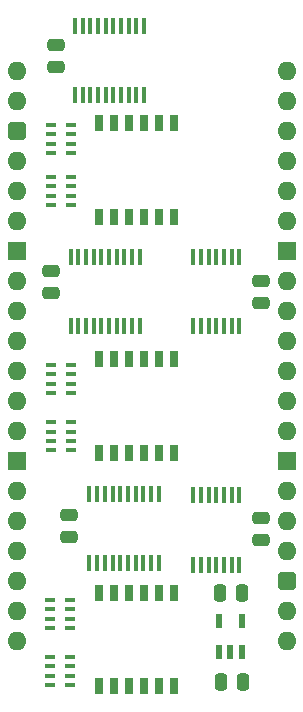
<source format=gts>
%TF.GenerationSoftware,KiCad,Pcbnew,8.0.4*%
%TF.CreationDate,2024-08-15T10:30:34+02:00*%
%TF.ProjectId,Clock Hold Select,436c6f63-6b20-4486-9f6c-642053656c65,rev?*%
%TF.SameCoordinates,PX54c81a0PY37b6b20*%
%TF.FileFunction,Soldermask,Top*%
%TF.FilePolarity,Negative*%
%FSLAX46Y46*%
G04 Gerber Fmt 4.6, Leading zero omitted, Abs format (unit mm)*
G04 Created by KiCad (PCBNEW 8.0.4) date 2024-08-15 10:30:34*
%MOMM*%
%LPD*%
G01*
G04 APERTURE LIST*
G04 Aperture macros list*
%AMRoundRect*
0 Rectangle with rounded corners*
0 $1 Rounding radius*
0 $2 $3 $4 $5 $6 $7 $8 $9 X,Y pos of 4 corners*
0 Add a 4 corners polygon primitive as box body*
4,1,4,$2,$3,$4,$5,$6,$7,$8,$9,$2,$3,0*
0 Add four circle primitives for the rounded corners*
1,1,$1+$1,$2,$3*
1,1,$1+$1,$4,$5*
1,1,$1+$1,$6,$7*
1,1,$1+$1,$8,$9*
0 Add four rect primitives between the rounded corners*
20,1,$1+$1,$2,$3,$4,$5,0*
20,1,$1+$1,$4,$5,$6,$7,0*
20,1,$1+$1,$6,$7,$8,$9,0*
20,1,$1+$1,$8,$9,$2,$3,0*%
G04 Aperture macros list end*
%ADD10O,1.600000X1.600000*%
%ADD11RoundRect,0.400000X-0.400000X-0.400000X0.400000X-0.400000X0.400000X0.400000X-0.400000X0.400000X0*%
%ADD12R,1.600000X1.600000*%
%ADD13RoundRect,0.250000X-0.475000X0.250000X-0.475000X-0.250000X0.475000X-0.250000X0.475000X0.250000X0*%
%ADD14R,0.900000X0.450000*%
%ADD15RoundRect,0.250000X0.250000X0.475000X-0.250000X0.475000X-0.250000X-0.475000X0.250000X-0.475000X0*%
%ADD16R,0.600000X1.150000*%
%ADD17R,0.750000X1.450000*%
%ADD18R,0.450000X1.475000*%
G04 APERTURE END LIST*
D10*
%TO.C,J1*%
X0Y0D03*
X0Y-2540000D03*
D11*
X0Y-5080000D03*
D10*
X0Y-7620000D03*
X0Y-10160000D03*
X0Y-12700000D03*
D12*
X0Y-15240000D03*
D10*
X0Y-17780000D03*
X0Y-20320000D03*
X0Y-22860000D03*
X0Y-25400000D03*
X0Y-27940000D03*
X0Y-30480000D03*
D12*
X0Y-33020000D03*
D10*
X0Y-35560000D03*
X0Y-38100000D03*
X0Y-40640000D03*
X0Y-43180000D03*
X0Y-45720000D03*
X0Y-48260000D03*
X22860000Y-48260000D03*
X22860000Y-45720000D03*
D11*
X22860000Y-43180000D03*
D10*
X22860000Y-40640000D03*
X22860000Y-38100000D03*
X22860000Y-35560000D03*
D12*
X22860000Y-33020000D03*
D10*
X22860000Y-30480000D03*
X22860000Y-27940000D03*
X22860000Y-25400000D03*
X22860000Y-22860000D03*
X22860000Y-20320000D03*
X22860000Y-17780000D03*
D12*
X22860000Y-15240000D03*
D10*
X22860000Y-12700000D03*
X22860000Y-10160000D03*
X22860000Y-7620000D03*
X22860000Y-5080000D03*
X22860000Y-2540000D03*
X22860000Y0D03*
%TD*%
D13*
%TO.C,C4*%
X20701000Y-37801000D03*
X20701000Y-39701000D03*
%TD*%
D14*
%TO.C,RN2*%
X2931000Y-8960000D03*
X2931000Y-9760000D03*
X2931000Y-10560000D03*
X2931000Y-11360000D03*
X4631000Y-11360000D03*
X4631000Y-10560000D03*
X4631000Y-9760000D03*
X4631000Y-8960000D03*
%TD*%
D15*
%TO.C,C10*%
X19161000Y-51689000D03*
X17261000Y-51689000D03*
%TD*%
D14*
%TO.C,RN5*%
X2804000Y-44774000D03*
X2804000Y-45574000D03*
X2804000Y-46374000D03*
X2804000Y-47174000D03*
X4504000Y-47174000D03*
X4504000Y-46374000D03*
X4504000Y-45574000D03*
X4504000Y-44774000D03*
%TD*%
%TO.C,RN1*%
X2931000Y-4536558D03*
X2931000Y-5336558D03*
X2931000Y-6136558D03*
X2931000Y-6936558D03*
X4631000Y-6936558D03*
X4631000Y-6136558D03*
X4631000Y-5336558D03*
X4631000Y-4536558D03*
%TD*%
D16*
%TO.C,IC1*%
X17150000Y-49179000D03*
X18100000Y-49179000D03*
X19050000Y-49179000D03*
X19050000Y-46579000D03*
X17150000Y-46579000D03*
%TD*%
D14*
%TO.C,RN4*%
X2931000Y-29720558D03*
X2931000Y-30520558D03*
X2931000Y-31320558D03*
X2931000Y-32120558D03*
X4631000Y-32120558D03*
X4631000Y-31320558D03*
X4631000Y-30520558D03*
X4631000Y-29720558D03*
%TD*%
D17*
%TO.C,S3*%
X6985000Y-52108000D03*
X8255000Y-52108000D03*
X9525000Y-52108000D03*
X10795000Y-52108000D03*
X12065000Y-52108000D03*
X13335000Y-52108000D03*
X13335000Y-44158000D03*
X12065000Y-44158000D03*
X10795000Y-44158000D03*
X9525000Y-44158000D03*
X8255000Y-44158000D03*
X6985000Y-44158000D03*
%TD*%
D14*
%TO.C,RN6*%
X2804000Y-49600000D03*
X2804000Y-50400000D03*
X2804000Y-51200000D03*
X2804000Y-52000000D03*
X4504000Y-52000000D03*
X4504000Y-51200000D03*
X4504000Y-50400000D03*
X4504000Y-49600000D03*
%TD*%
D18*
%TO.C,IC3*%
X14941000Y-41800000D03*
X15591000Y-41800000D03*
X16241000Y-41800000D03*
X16891000Y-41800000D03*
X17541000Y-41800000D03*
X18191000Y-41800000D03*
X18841000Y-41800000D03*
X18841000Y-35924000D03*
X18191000Y-35924000D03*
X17541000Y-35924000D03*
X16891000Y-35924000D03*
X16241000Y-35924000D03*
X15591000Y-35924000D03*
X14941000Y-35924000D03*
%TD*%
%TO.C,IC4*%
X4568000Y-21607000D03*
X5218000Y-21607000D03*
X5868000Y-21607000D03*
X6518000Y-21607000D03*
X7168000Y-21607000D03*
X7818000Y-21607000D03*
X8468000Y-21607000D03*
X9118000Y-21607000D03*
X9768000Y-21607000D03*
X10418000Y-21607000D03*
X10418000Y-15731000D03*
X9768000Y-15731000D03*
X9118000Y-15731000D03*
X8468000Y-15731000D03*
X7818000Y-15731000D03*
X7168000Y-15731000D03*
X6518000Y-15731000D03*
X5868000Y-15731000D03*
X5218000Y-15731000D03*
X4568000Y-15731000D03*
%TD*%
%TO.C,IC2*%
X4923229Y-2049000D03*
X5573229Y-2049000D03*
X6223229Y-2049000D03*
X6873229Y-2049000D03*
X7523229Y-2049000D03*
X8173229Y-2049000D03*
X8823229Y-2049000D03*
X9473229Y-2049000D03*
X10123229Y-2049000D03*
X10773229Y-2049000D03*
X10773229Y3827000D03*
X10123229Y3827000D03*
X9473229Y3827000D03*
X8823229Y3827000D03*
X8173229Y3827000D03*
X7523229Y3827000D03*
X6873229Y3827000D03*
X6223229Y3827000D03*
X5573229Y3827000D03*
X4923229Y3827000D03*
%TD*%
D13*
%TO.C,C2*%
X4445000Y-37547000D03*
X4445000Y-39447000D03*
%TD*%
%TO.C,C3*%
X20701000Y-17735000D03*
X20701000Y-19635000D03*
%TD*%
D17*
%TO.C,S1*%
X6985000Y-12357000D03*
X8255000Y-12357000D03*
X9525000Y-12357000D03*
X10795000Y-12357000D03*
X12065000Y-12357000D03*
X13335000Y-12357000D03*
X13335000Y-4407000D03*
X12065000Y-4407000D03*
X10795000Y-4407000D03*
X9525000Y-4407000D03*
X8255000Y-4407000D03*
X6985000Y-4407000D03*
%TD*%
D15*
%TO.C,C11*%
X19095000Y-44196000D03*
X17195000Y-44196000D03*
%TD*%
D17*
%TO.C,S2*%
X6985000Y-32334000D03*
X8255000Y-32334000D03*
X9525000Y-32334000D03*
X10795000Y-32334000D03*
X12065000Y-32334000D03*
X13335000Y-32334000D03*
X13335000Y-24384000D03*
X12065000Y-24384000D03*
X10795000Y-24384000D03*
X9525000Y-24384000D03*
X8255000Y-24384000D03*
X6985000Y-24384000D03*
%TD*%
D18*
%TO.C,IC6*%
X14941000Y-21607000D03*
X15591000Y-21607000D03*
X16241000Y-21607000D03*
X16891000Y-21607000D03*
X17541000Y-21607000D03*
X18191000Y-21607000D03*
X18841000Y-21607000D03*
X18841000Y-15731000D03*
X18191000Y-15731000D03*
X17541000Y-15731000D03*
X16891000Y-15731000D03*
X16241000Y-15731000D03*
X15591000Y-15731000D03*
X14941000Y-15731000D03*
%TD*%
D14*
%TO.C,RN3*%
X2931000Y-24873000D03*
X2931000Y-25673000D03*
X2931000Y-26473000D03*
X2931000Y-27273000D03*
X4631000Y-27273000D03*
X4631000Y-26473000D03*
X4631000Y-25673000D03*
X4631000Y-24873000D03*
%TD*%
D18*
%TO.C,IC5*%
X6164250Y-41673000D03*
X6814250Y-41673000D03*
X7464250Y-41673000D03*
X8114250Y-41673000D03*
X8764250Y-41673000D03*
X9414250Y-41673000D03*
X10064250Y-41673000D03*
X10714250Y-41673000D03*
X11364250Y-41673000D03*
X12014250Y-41673000D03*
X12014250Y-35797000D03*
X11364250Y-35797000D03*
X10714250Y-35797000D03*
X10064250Y-35797000D03*
X9414250Y-35797000D03*
X8764250Y-35797000D03*
X8114250Y-35797000D03*
X7464250Y-35797000D03*
X6814250Y-35797000D03*
X6164250Y-35797000D03*
%TD*%
D13*
%TO.C,C12*%
X2921001Y-16895999D03*
X2921001Y-18795999D03*
%TD*%
%TO.C,C1*%
X3302000Y2204000D03*
X3302000Y304000D03*
%TD*%
M02*

</source>
